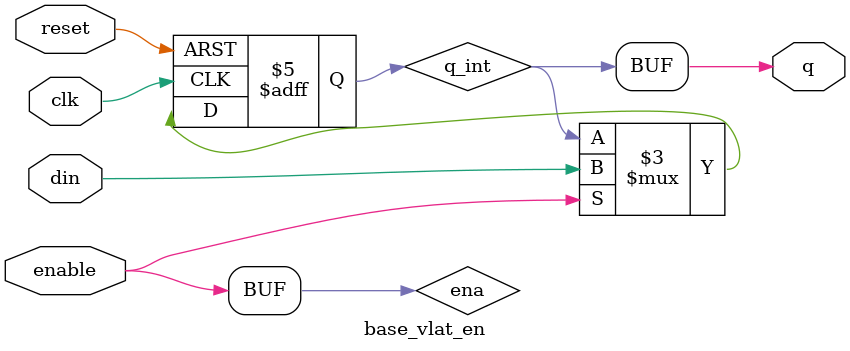
<source format=v>
module base_vlat_en (clk, reset, enable, din, q);

   parameter width=1;
   parameter [0:width-1] rstv = 0;
   input 	      clk;
   input 	      reset;
   input 	      enable;
   input [0:width-1]  din;
   output [0:width-1] q;
   reg [0:width-1]    q_int;
   wire 	      ena /* synthesis direct_enable = 1 */;
   assign ena = enable;

   initial q_int = rstv;
   
   always@(posedge clk or posedge reset)
     if (reset) q_int <= rstv;
     else if (ena) q_int <= din;
   assign q = q_int;
endmodule // base_vlat


   
  

</source>
